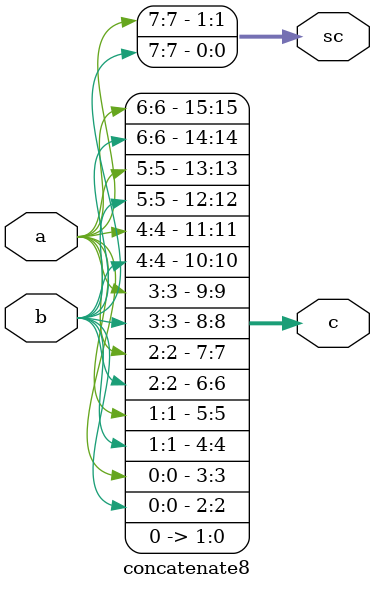
<source format=v>
module concatenate8(a,b,c,sc);
input[7:0] a,b;
output[15:0] c;
output[1:0] sc;

assign sc[1:0] = {a[7],b[7]};

assign c[1:0] =  2'b00;
assign c[3:2] = {a[0],b[0]};
assign c[5:4] = {a[1],b[1]};
assign c[7:6] = {a[2],b[2]};
assign c[9:8] = {a[3],b[3]};
assign c[11:10] = {a[4],b[4]};
assign c[13:12] = {a[5],b[5]};
assign c[15:14] = {a[6],b[6]};

endmodule

</source>
